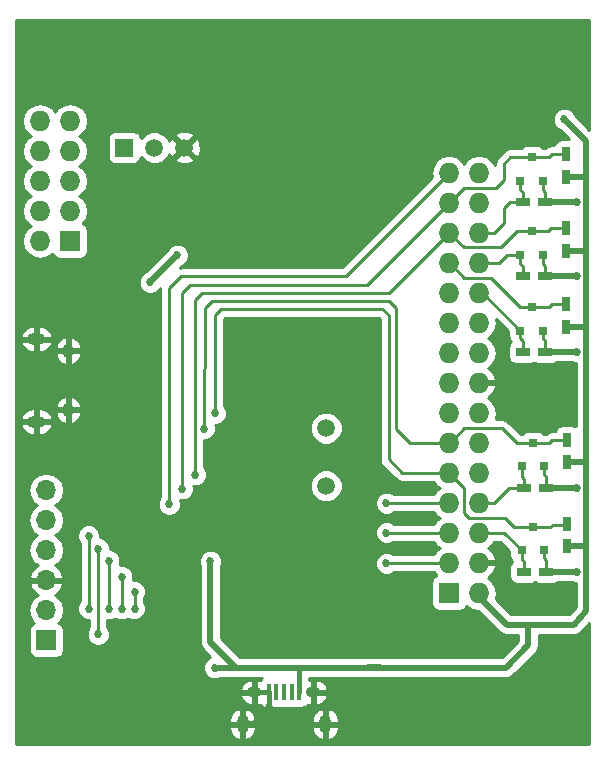
<source format=gbr>
G04 #@! TF.FileFunction,Copper,L2,Bot,Signal*
%FSLAX46Y46*%
G04 Gerber Fmt 4.6, Leading zero omitted, Abs format (unit mm)*
G04 Created by KiCad (PCBNEW 4.0.4-stable) date 11/02/17 18:15:52*
%MOMM*%
%LPD*%
G01*
G04 APERTURE LIST*
%ADD10C,0.100000*%
%ADD11R,1.727200X1.727200*%
%ADD12O,1.727200X1.727200*%
%ADD13R,0.800100X0.800100*%
%ADD14R,1.200000X0.750000*%
%ADD15R,0.750000X1.200000*%
%ADD16C,1.510000*%
%ADD17R,1.510000X1.510000*%
%ADD18C,1.501140*%
%ADD19O,0.950000X1.250000*%
%ADD20O,1.550000X1.000000*%
%ADD21R,0.400000X1.350000*%
%ADD22O,1.250000X0.950000*%
%ADD23O,1.000000X1.550000*%
%ADD24R,1.700000X1.700000*%
%ADD25O,1.700000X1.700000*%
%ADD26C,0.685800*%
%ADD27C,0.500000*%
%ADD28C,0.400000*%
%ADD29C,0.250000*%
%ADD30C,0.254000*%
G04 APERTURE END LIST*
D10*
D11*
X174000000Y-105800000D03*
D12*
X176540000Y-105800000D03*
X174000000Y-103260000D03*
X176540000Y-103260000D03*
X174000000Y-100720000D03*
X176540000Y-100720000D03*
X174000000Y-98180000D03*
X176540000Y-98180000D03*
X174000000Y-95640000D03*
X176540000Y-95640000D03*
X174000000Y-93100000D03*
X176540000Y-93100000D03*
X174000000Y-90560000D03*
X176540000Y-90560000D03*
X174000000Y-88020000D03*
X176540000Y-88020000D03*
X174000000Y-85480000D03*
X176540000Y-85480000D03*
X174000000Y-82940000D03*
X176540000Y-82940000D03*
X174000000Y-80400000D03*
X176540000Y-80400000D03*
X174000000Y-77860000D03*
X176540000Y-77860000D03*
X174000000Y-75320000D03*
X176540000Y-75320000D03*
X174000000Y-72780000D03*
X176540000Y-72780000D03*
X174000000Y-70240000D03*
X176540000Y-70240000D03*
D11*
X141900000Y-76000000D03*
D12*
X139360000Y-76000000D03*
X141900000Y-73460000D03*
X139360000Y-73460000D03*
X141900000Y-70920000D03*
X139360000Y-70920000D03*
X141900000Y-68380000D03*
X139360000Y-68380000D03*
X141900000Y-65840000D03*
X139360000Y-65840000D03*
D13*
X182050000Y-102200760D03*
X180150000Y-102200760D03*
X181100000Y-100201780D03*
X181950000Y-70900760D03*
X180050000Y-70900760D03*
X181000000Y-68901780D03*
X181950000Y-77200760D03*
X180050000Y-77200760D03*
X181000000Y-75201780D03*
X182050000Y-95100760D03*
X180150000Y-95100760D03*
X181100000Y-93101780D03*
X181950000Y-83600760D03*
X180050000Y-83600760D03*
X181000000Y-81601780D03*
D14*
X182250000Y-104000000D03*
X180350000Y-104000000D03*
X182150000Y-72700000D03*
X180250000Y-72700000D03*
D15*
X184000000Y-101850000D03*
X184000000Y-99950000D03*
X183900000Y-70550000D03*
X183900000Y-68650000D03*
D14*
X182150000Y-79000000D03*
X180250000Y-79000000D03*
X182250000Y-96900000D03*
X180350000Y-96900000D03*
D15*
X183900000Y-76850000D03*
X183900000Y-74950000D03*
X184000000Y-94750000D03*
X184000000Y-92850000D03*
D14*
X182150000Y-85400000D03*
X180250000Y-85400000D03*
D15*
X183900000Y-83250000D03*
X183900000Y-81350000D03*
D16*
X151580000Y-68100000D03*
D17*
X146500000Y-68100000D03*
D16*
X149040000Y-68100000D03*
D18*
X163600000Y-96740940D03*
X163600000Y-91859060D03*
D19*
X141765000Y-85313000D03*
X141765000Y-90313000D03*
D20*
X139065000Y-84313000D03*
X139065000Y-91313000D03*
D21*
X161320000Y-114220000D03*
X160670000Y-114220000D03*
X160020000Y-114220000D03*
X159370000Y-114220000D03*
X158720000Y-114220000D03*
D22*
X162520000Y-114220000D03*
X157520000Y-114220000D03*
D23*
X163520000Y-116920000D03*
X156520000Y-116920000D03*
D24*
X139900000Y-109800000D03*
D25*
X139900000Y-107260000D03*
X139900000Y-104720000D03*
X139900000Y-102180000D03*
X139900000Y-99640000D03*
X139900000Y-97100000D03*
D26*
X182120000Y-90390000D03*
X182110000Y-89580000D03*
X182130000Y-88770000D03*
X182120000Y-87970000D03*
X183660000Y-106310000D03*
X183660000Y-107110000D03*
X182870000Y-107110000D03*
X182070000Y-106310000D03*
X182070000Y-107100000D03*
X153680000Y-70850000D03*
X154260000Y-70290000D03*
X160670000Y-76330000D03*
X162230000Y-76320000D03*
X160680000Y-72730000D03*
X162260000Y-72730000D03*
X164660000Y-88130000D03*
X163860000Y-88130000D03*
X163060000Y-88130000D03*
X162260000Y-88130000D03*
X164710000Y-83620000D03*
X164710000Y-82820000D03*
X163900000Y-82820000D03*
X163100000Y-82820000D03*
X162280000Y-82810000D03*
X161470000Y-82830000D03*
X163900000Y-83620000D03*
X163100000Y-83620000D03*
X162280000Y-83620000D03*
X161470000Y-72730000D03*
X161450000Y-76320000D03*
X161470000Y-83620000D03*
X161460000Y-88130000D03*
X182870000Y-106310000D03*
X154830000Y-69720000D03*
X159650000Y-68730000D03*
X145040000Y-111390000D03*
X145850000Y-111390000D03*
X143460000Y-111390000D03*
X144250000Y-111390000D03*
X154178000Y-112141000D03*
X153797000Y-103124000D03*
X151000000Y-77200000D03*
X148700000Y-79500000D03*
X183750000Y-65700000D03*
X147390000Y-105690000D03*
X147390000Y-107140000D03*
X146300000Y-104420000D03*
X146300000Y-107140000D03*
X168700000Y-103300000D03*
X168700000Y-100700000D03*
X168700000Y-98200000D03*
X145200000Y-107150000D03*
X145200000Y-103100000D03*
X143490000Y-107140000D03*
X143480000Y-100970000D03*
X150300000Y-98300000D03*
X144300000Y-109300000D03*
X144300000Y-102050000D03*
X184800000Y-104000000D03*
X184800000Y-96900000D03*
X184800000Y-85400000D03*
X184800000Y-79000000D03*
X184800000Y-72700000D03*
X154200000Y-90600000D03*
X153300000Y-91900000D03*
X152500000Y-95800000D03*
X151400000Y-97000000D03*
D27*
X158750000Y-115425000D02*
X158750000Y-115690000D01*
X158750000Y-115690000D02*
X157520000Y-116920000D01*
X157520000Y-116920000D02*
X156520000Y-116920000D01*
D28*
X158720000Y-114220000D02*
X158720000Y-115395000D01*
D27*
X158720000Y-115395000D02*
X158750000Y-115425000D01*
D28*
X158720000Y-114220000D02*
X157520000Y-114220000D01*
D29*
X182120000Y-90390000D02*
X182130000Y-90390000D01*
X182110000Y-88790000D02*
X182110000Y-89580000D01*
X182130000Y-88770000D02*
X182110000Y-88790000D01*
X182870000Y-106310000D02*
X182870000Y-107110000D01*
X182070000Y-106310000D02*
X182870000Y-106310000D01*
X154830000Y-69720000D02*
X154260000Y-70290000D01*
X161450000Y-76320000D02*
X162230000Y-76320000D01*
X161470000Y-72730000D02*
X162260000Y-72730000D01*
X139430000Y-95750000D02*
X138650000Y-95750000D01*
X161460000Y-88130000D02*
X162260000Y-88130000D01*
X163060000Y-88130000D02*
X163860000Y-88130000D01*
X164710000Y-83620000D02*
X163900000Y-83620000D01*
X163900000Y-83620000D02*
X163900000Y-82820000D01*
X162280000Y-83620000D02*
X162280000Y-82810000D01*
X162280000Y-83620000D02*
X163100000Y-83620000D01*
X161470000Y-76300000D02*
X161470000Y-72730000D01*
X161450000Y-76320000D02*
X161470000Y-76300000D01*
X137820000Y-96580000D02*
X138650000Y-95750000D01*
X137820000Y-104190000D02*
X137820000Y-96580000D01*
X161470000Y-87750000D02*
X161470000Y-83620000D01*
X161460000Y-88130000D02*
X161470000Y-87750000D01*
X182070000Y-88020000D02*
X176540000Y-88020000D01*
X182120000Y-87970000D02*
X182070000Y-88020000D01*
X176540000Y-103260000D02*
X178080000Y-103260000D01*
X179600000Y-106310000D02*
X182870000Y-106310000D01*
X178650000Y-105360000D02*
X179600000Y-106310000D01*
X178650000Y-103830000D02*
X178650000Y-105360000D01*
X178080000Y-103260000D02*
X178650000Y-103830000D01*
X158660000Y-69720000D02*
X154830000Y-69720000D01*
X159650000Y-68730000D02*
X158660000Y-69720000D01*
X144250000Y-111390000D02*
X141870000Y-109010000D01*
X141870000Y-109010000D02*
X141870000Y-104690000D01*
X144620000Y-111390000D02*
X145040000Y-111390000D01*
X145040000Y-111390000D02*
X145850000Y-111390000D01*
X144250000Y-111390000D02*
X143460000Y-111390000D01*
X139900000Y-104720000D02*
X138350000Y-104720000D01*
X138350000Y-104720000D02*
X137820000Y-104190000D01*
X141840000Y-104720000D02*
X139900000Y-104720000D01*
X141870000Y-104690000D02*
X141840000Y-104720000D01*
D27*
X154178000Y-112141000D02*
X155956000Y-112141000D01*
X168148000Y-112119000D02*
X167154000Y-112119000D01*
X167154000Y-112119000D02*
X167132000Y-112141000D01*
X161290000Y-112141000D02*
X167132000Y-112141000D01*
X167132000Y-112141000D02*
X178816000Y-112141000D01*
X178880000Y-108490000D02*
X180721000Y-108487118D01*
X180721000Y-108487118D02*
X181102000Y-108486521D01*
X180721000Y-110236000D02*
X180721000Y-108487118D01*
X178816000Y-112141000D02*
X180721000Y-110236000D01*
X155956000Y-112141000D02*
X161290000Y-112141000D01*
D28*
X161320000Y-114220000D02*
X161320001Y-112171001D01*
D27*
X161320001Y-112171001D02*
X161290000Y-112141000D01*
X153797000Y-103124000D02*
X153797000Y-109982000D01*
X153797000Y-109982000D02*
X155956000Y-112141000D01*
X181102000Y-108486521D02*
X184587488Y-108481066D01*
X176540000Y-106150000D02*
X177705000Y-107315000D01*
X177705000Y-107315000D02*
X178880000Y-108490000D01*
X176540000Y-105800000D02*
X176540000Y-106150000D01*
X148700000Y-79500000D02*
X151000000Y-77200000D01*
X183900000Y-76850000D02*
X185550000Y-76850000D01*
X185550000Y-76850000D02*
X185600000Y-76900000D01*
X185600000Y-101850000D02*
X184000000Y-101850000D01*
X185600000Y-94750000D02*
X184000000Y-94750000D01*
X185600000Y-83250000D02*
X183900000Y-83250000D01*
X183900000Y-70550000D02*
X185600000Y-70550000D01*
X185600000Y-67550000D02*
X183750000Y-65700000D01*
X185600000Y-107330000D02*
X185600000Y-101850000D01*
X185600000Y-101850000D02*
X185600000Y-94750000D01*
X185600000Y-94750000D02*
X185600000Y-83250000D01*
X185600000Y-83250000D02*
X185600000Y-76900000D01*
X185600000Y-76900000D02*
X185600000Y-70550000D01*
X185600000Y-70550000D02*
X185600000Y-67550000D01*
X184587488Y-108481066D02*
X185600000Y-107330000D01*
D29*
X147390000Y-105690000D02*
X147390000Y-107140000D01*
X146300000Y-104420000D02*
X146300000Y-107140000D01*
X176500000Y-93100000D02*
X176540000Y-93100000D01*
X168740000Y-103260000D02*
X174000000Y-103260000D01*
X168700000Y-103300000D02*
X168740000Y-103260000D01*
X168720000Y-100720000D02*
X174000000Y-100720000D01*
X168700000Y-100700000D02*
X168720000Y-100720000D01*
X168720000Y-98180000D02*
X174000000Y-98180000D01*
X168700000Y-98200000D02*
X168720000Y-98180000D01*
X145200000Y-103100000D02*
X145200000Y-107150000D01*
X143480000Y-100970000D02*
X143490000Y-107140000D01*
X165240000Y-79000000D02*
X174000000Y-70240000D01*
X151300000Y-79000000D02*
X165240000Y-79000000D01*
X150300000Y-80000000D02*
X151300000Y-79000000D01*
X150300000Y-98300000D02*
X150300000Y-80000000D01*
X144300000Y-102050000D02*
X144300000Y-109300000D01*
D27*
X182250000Y-104000000D02*
X184800000Y-104000000D01*
X182250000Y-96900000D02*
X184800000Y-96900000D01*
X182150000Y-85400000D02*
X184800000Y-85400000D01*
X182150000Y-79000000D02*
X184800000Y-79000000D01*
X182150000Y-72700000D02*
X184800000Y-72700000D01*
D29*
X181950000Y-83600760D02*
X181950000Y-84250000D01*
X181950000Y-84250000D02*
X182150000Y-84450000D01*
X182150000Y-84450000D02*
X182150000Y-85400000D01*
X182250000Y-104000000D02*
X182250000Y-103050000D01*
X182050000Y-102850000D02*
X182050000Y-102200760D01*
X182250000Y-103050000D02*
X182050000Y-102850000D01*
X181950000Y-77200760D02*
X181950000Y-77950000D01*
X181950000Y-77950000D02*
X182150000Y-78150000D01*
X182150000Y-78150000D02*
X182150000Y-79000000D01*
X182050000Y-95100760D02*
X182050000Y-95750000D01*
X182250000Y-95950000D02*
X182250000Y-96900000D01*
X182050000Y-95750000D02*
X182250000Y-95950000D01*
X181950000Y-70900760D02*
X181950000Y-71650000D01*
X181950000Y-71650000D02*
X182150000Y-71850000D01*
X182150000Y-71850000D02*
X182150000Y-72700000D01*
X176540000Y-100720000D02*
X178669240Y-100720000D01*
X178669240Y-100720000D02*
X180150000Y-102200760D01*
X180350000Y-104000000D02*
X180350000Y-104050000D01*
X180350000Y-104000000D02*
X180350000Y-103150000D01*
X180150000Y-102950000D02*
X180150000Y-102200760D01*
X180350000Y-103150000D02*
X180150000Y-102950000D01*
X180150000Y-102200760D02*
X180110760Y-102240000D01*
X176540000Y-98180000D02*
X177820000Y-98180000D01*
X179100000Y-96900000D02*
X180350000Y-96900000D01*
X177820000Y-98180000D02*
X179100000Y-96900000D01*
X180150000Y-95100760D02*
X180150000Y-95950000D01*
X180150000Y-95950000D02*
X180350000Y-96150000D01*
X180350000Y-96150000D02*
X180350000Y-96900000D01*
X174000000Y-95640000D02*
X174000000Y-95650000D01*
X174000000Y-95650000D02*
X175250000Y-96900000D01*
X179501780Y-100201780D02*
X181100000Y-100201780D01*
X178750000Y-99450000D02*
X179501780Y-100201780D01*
X175700000Y-99450000D02*
X178750000Y-99450000D01*
X175250000Y-99000000D02*
X175700000Y-99450000D01*
X175250000Y-96900000D02*
X175250000Y-99000000D01*
X174000000Y-95640000D02*
X174010000Y-95640000D01*
X170040000Y-95640000D02*
X174000000Y-95640000D01*
X168900000Y-94500000D02*
X170040000Y-95640000D01*
X168900000Y-82260000D02*
X168900000Y-94500000D01*
X168330000Y-81750000D02*
X168900000Y-82260000D01*
X154720000Y-81750000D02*
X168330000Y-81750000D01*
X154210000Y-82260000D02*
X154720000Y-81750000D01*
X154200000Y-90600000D02*
X154210000Y-82260000D01*
X184000000Y-100050000D02*
X182750000Y-100050000D01*
X182598220Y-100201780D02*
X181100000Y-100201780D01*
X182750000Y-100050000D02*
X182598220Y-100201780D01*
X174000000Y-93100000D02*
X174050000Y-93100000D01*
X174050000Y-93100000D02*
X175300000Y-91850000D01*
X179751780Y-93101780D02*
X181100000Y-93101780D01*
X178500000Y-91850000D02*
X179751780Y-93101780D01*
X175300000Y-91850000D02*
X178500000Y-91850000D01*
X170700000Y-93100000D02*
X174000000Y-93100000D01*
X169500000Y-91900000D02*
X170700000Y-93100000D01*
X169510000Y-81690000D02*
X169500000Y-91900000D01*
X168890000Y-81070000D02*
X169510000Y-81690000D01*
X153940000Y-81080000D02*
X168890000Y-81070000D01*
X153310000Y-81700000D02*
X153940000Y-81080000D01*
X153300000Y-91900000D02*
X153310000Y-81700000D01*
X181100000Y-93101780D02*
X182498220Y-93101780D01*
X182750000Y-92850000D02*
X184000000Y-92850000D01*
X182498220Y-93101780D02*
X182750000Y-92850000D01*
X176540000Y-80400000D02*
X176849240Y-80400000D01*
X176849240Y-80400000D02*
X180050000Y-83600760D01*
X180050000Y-83600760D02*
X180050000Y-83450000D01*
X180050000Y-83600760D02*
X180050000Y-84250000D01*
X180250000Y-84450000D02*
X180250000Y-85400000D01*
X180050000Y-84250000D02*
X180250000Y-84450000D01*
X174000000Y-77860000D02*
X174060000Y-77860000D01*
X174060000Y-77860000D02*
X175300000Y-79100000D01*
X180051780Y-81601780D02*
X181000000Y-81601780D01*
X177550000Y-79100000D02*
X180051780Y-81601780D01*
X175300000Y-79100000D02*
X177550000Y-79100000D01*
X174000000Y-77860000D02*
X174000000Y-77850000D01*
X181000000Y-81601780D02*
X182498220Y-81601780D01*
X182750000Y-81350000D02*
X183900000Y-81350000D01*
X182498220Y-81601780D02*
X182750000Y-81350000D01*
X176540000Y-77860000D02*
X178240000Y-77860000D01*
X178899240Y-77200760D02*
X180050000Y-77200760D01*
X178240000Y-77860000D02*
X178899240Y-77200760D01*
X180050000Y-77200760D02*
X180050000Y-77950000D01*
X180250000Y-78150000D02*
X180250000Y-79000000D01*
X180050000Y-77950000D02*
X180250000Y-78150000D01*
X181000000Y-75201780D02*
X179748220Y-75201780D01*
X175230000Y-76550000D02*
X174000000Y-75320000D01*
X178400000Y-76550000D02*
X175230000Y-76550000D01*
X179748220Y-75201780D02*
X178400000Y-76550000D01*
X174000000Y-75320000D02*
X174000000Y-75300000D01*
X152500000Y-95800000D02*
X152500000Y-81000000D01*
X152500000Y-81000000D02*
X153100000Y-80400000D01*
X153100000Y-80400000D02*
X168920000Y-80400000D01*
X168920000Y-80400000D02*
X174000000Y-75320000D01*
X181000000Y-75201780D02*
X182398220Y-75201780D01*
X182650000Y-74950000D02*
X183900000Y-74950000D01*
X182398220Y-75201780D02*
X182650000Y-74950000D01*
X176540000Y-75320000D02*
X177780000Y-75320000D01*
X179150000Y-72700000D02*
X180250000Y-72700000D01*
X178650000Y-73200000D02*
X179150000Y-72700000D01*
X178650000Y-74450000D02*
X178650000Y-73200000D01*
X177780000Y-75320000D02*
X178650000Y-74450000D01*
X180170000Y-72780000D02*
X180250000Y-72700000D01*
X180049240Y-70900000D02*
X180050000Y-70900760D01*
X180050000Y-70900760D02*
X180050000Y-71650000D01*
X180050000Y-71650000D02*
X180250000Y-71850000D01*
X180250000Y-71850000D02*
X180250000Y-72700000D01*
X174000000Y-72780000D02*
X174000000Y-72750000D01*
X174000000Y-72750000D02*
X175250000Y-71500000D01*
X179198220Y-68901780D02*
X181000000Y-68901780D01*
X178650000Y-69450000D02*
X179198220Y-68901780D01*
X178650000Y-70850000D02*
X178650000Y-69450000D01*
X178000000Y-71500000D02*
X178650000Y-70850000D01*
X175250000Y-71500000D02*
X178000000Y-71500000D01*
X181000000Y-68901780D02*
X182448220Y-68901780D01*
X182700000Y-68650000D02*
X183900000Y-68650000D01*
X182448220Y-68901780D02*
X182700000Y-68650000D01*
X167080000Y-79700000D02*
X174000000Y-72780000D01*
X152100000Y-79700000D02*
X167080000Y-79700000D01*
X151400000Y-80400000D02*
X152100000Y-79700000D01*
X151400000Y-97000000D02*
X151400000Y-80400000D01*
D30*
G36*
X185890000Y-66588421D02*
X184671846Y-65370266D01*
X184579507Y-65146788D01*
X184304659Y-64871460D01*
X183945370Y-64722270D01*
X183556337Y-64721931D01*
X183196788Y-64870493D01*
X182921460Y-65145341D01*
X182772270Y-65504630D01*
X182771931Y-65893663D01*
X182920493Y-66253212D01*
X183195341Y-66528540D01*
X183420422Y-66622002D01*
X184200981Y-67402560D01*
X183525000Y-67402560D01*
X183289683Y-67446838D01*
X183073559Y-67585910D01*
X182928569Y-67798110D01*
X182909961Y-67890000D01*
X182700000Y-67890000D01*
X182409161Y-67947852D01*
X182162599Y-68112599D01*
X182133418Y-68141780D01*
X181923013Y-68141780D01*
X181864140Y-68050289D01*
X181651940Y-67905299D01*
X181400050Y-67854290D01*
X180599950Y-67854290D01*
X180364633Y-67898568D01*
X180148509Y-68037640D01*
X180077353Y-68141780D01*
X179198220Y-68141780D01*
X178907381Y-68199632D01*
X178660819Y-68364379D01*
X178112599Y-68912599D01*
X177947852Y-69159161D01*
X177890000Y-69450000D01*
X177890000Y-69585480D01*
X177599670Y-69150971D01*
X177113489Y-68826115D01*
X176540000Y-68712041D01*
X175966511Y-68826115D01*
X175480330Y-69150971D01*
X175270000Y-69465752D01*
X175059670Y-69150971D01*
X174573489Y-68826115D01*
X174000000Y-68712041D01*
X173426511Y-68826115D01*
X172940330Y-69150971D01*
X172615474Y-69637152D01*
X172501400Y-70210641D01*
X172501400Y-70269359D01*
X172566842Y-70598356D01*
X164925198Y-78240000D01*
X151300000Y-78240000D01*
X151189624Y-78261955D01*
X151329733Y-78121846D01*
X151553212Y-78029507D01*
X151828540Y-77754659D01*
X151977730Y-77395370D01*
X151978069Y-77006337D01*
X151829507Y-76646788D01*
X151554659Y-76371460D01*
X151195370Y-76222270D01*
X150806337Y-76221931D01*
X150446788Y-76370493D01*
X150171460Y-76645341D01*
X150077998Y-76870423D01*
X148370266Y-78578154D01*
X148146788Y-78670493D01*
X147871460Y-78945341D01*
X147722270Y-79304630D01*
X147721931Y-79693663D01*
X147870493Y-80053212D01*
X148145341Y-80328540D01*
X148504630Y-80477730D01*
X148893663Y-80478069D01*
X149253212Y-80329507D01*
X149528540Y-80054659D01*
X149540000Y-80027060D01*
X149540000Y-97676920D01*
X149471460Y-97745341D01*
X149322270Y-98104630D01*
X149321931Y-98493663D01*
X149470493Y-98853212D01*
X149745341Y-99128540D01*
X150104630Y-99277730D01*
X150493663Y-99278069D01*
X150853212Y-99129507D01*
X151128540Y-98854659D01*
X151277730Y-98495370D01*
X151278069Y-98106337D01*
X151224937Y-97977748D01*
X151593663Y-97978069D01*
X151953212Y-97829507D01*
X152228540Y-97554659D01*
X152377730Y-97195370D01*
X152377886Y-97015338D01*
X162214190Y-97015338D01*
X162424686Y-97524777D01*
X162814113Y-97914884D01*
X163323184Y-98126269D01*
X163874398Y-98126750D01*
X164383837Y-97916254D01*
X164773944Y-97526827D01*
X164985329Y-97017756D01*
X164985810Y-96466542D01*
X164775314Y-95957103D01*
X164385887Y-95566996D01*
X163876816Y-95355611D01*
X163325602Y-95355130D01*
X162816163Y-95565626D01*
X162426056Y-95955053D01*
X162214671Y-96464124D01*
X162214190Y-97015338D01*
X152377886Y-97015338D01*
X152378069Y-96806337D01*
X152366271Y-96777784D01*
X152693663Y-96778069D01*
X153053212Y-96629507D01*
X153328540Y-96354659D01*
X153477730Y-95995370D01*
X153478069Y-95606337D01*
X153329507Y-95246788D01*
X153260000Y-95177160D01*
X153260000Y-92877865D01*
X153493663Y-92878069D01*
X153853212Y-92729507D01*
X154128540Y-92454659D01*
X154261914Y-92133458D01*
X162214190Y-92133458D01*
X162424686Y-92642897D01*
X162814113Y-93033004D01*
X163323184Y-93244389D01*
X163874398Y-93244870D01*
X164383837Y-93034374D01*
X164773944Y-92644947D01*
X164985329Y-92135876D01*
X164985810Y-91584662D01*
X164775314Y-91075223D01*
X164385887Y-90685116D01*
X163876816Y-90473731D01*
X163325602Y-90473250D01*
X162816163Y-90683746D01*
X162426056Y-91073173D01*
X162214671Y-91582244D01*
X162214190Y-92133458D01*
X154261914Y-92133458D01*
X154277730Y-92095370D01*
X154278069Y-91706337D01*
X154225009Y-91577922D01*
X154393663Y-91578069D01*
X154753212Y-91429507D01*
X155028540Y-91154659D01*
X155177730Y-90795370D01*
X155178069Y-90406337D01*
X155029507Y-90046788D01*
X154960746Y-89977907D01*
X154969622Y-82575180D01*
X155034802Y-82510000D01*
X168039631Y-82510000D01*
X168140000Y-82599803D01*
X168140000Y-94500000D01*
X168197852Y-94790839D01*
X168362599Y-95037401D01*
X169502599Y-96177401D01*
X169749160Y-96342148D01*
X169797414Y-96351746D01*
X170040000Y-96400000D01*
X172720480Y-96400000D01*
X172940330Y-96729029D01*
X173211172Y-96910000D01*
X172940330Y-97090971D01*
X172720480Y-97420000D01*
X169303114Y-97420000D01*
X169254659Y-97371460D01*
X168895370Y-97222270D01*
X168506337Y-97221931D01*
X168146788Y-97370493D01*
X167871460Y-97645341D01*
X167722270Y-98004630D01*
X167721931Y-98393663D01*
X167870493Y-98753212D01*
X168145341Y-99028540D01*
X168504630Y-99177730D01*
X168893663Y-99178069D01*
X169253212Y-99029507D01*
X169342875Y-98940000D01*
X172720480Y-98940000D01*
X172940330Y-99269029D01*
X173211172Y-99450000D01*
X172940330Y-99630971D01*
X172720480Y-99960000D01*
X169343045Y-99960000D01*
X169254659Y-99871460D01*
X168895370Y-99722270D01*
X168506337Y-99721931D01*
X168146788Y-99870493D01*
X167871460Y-100145341D01*
X167722270Y-100504630D01*
X167721931Y-100893663D01*
X167870493Y-101253212D01*
X168145341Y-101528540D01*
X168504630Y-101677730D01*
X168893663Y-101678069D01*
X169253212Y-101529507D01*
X169302805Y-101480000D01*
X172720480Y-101480000D01*
X172940330Y-101809029D01*
X173211172Y-101990000D01*
X172940330Y-102170971D01*
X172720480Y-102500000D01*
X169283149Y-102500000D01*
X169254659Y-102471460D01*
X168895370Y-102322270D01*
X168506337Y-102321931D01*
X168146788Y-102470493D01*
X167871460Y-102745341D01*
X167722270Y-103104630D01*
X167721931Y-103493663D01*
X167870493Y-103853212D01*
X168145341Y-104128540D01*
X168504630Y-104277730D01*
X168893663Y-104278069D01*
X169253212Y-104129507D01*
X169362910Y-104020000D01*
X172720480Y-104020000D01*
X172926574Y-104328442D01*
X172901083Y-104333238D01*
X172684959Y-104472310D01*
X172539969Y-104684510D01*
X172488960Y-104936400D01*
X172488960Y-106663600D01*
X172533238Y-106898917D01*
X172672310Y-107115041D01*
X172884510Y-107260031D01*
X173136400Y-107311040D01*
X174863600Y-107311040D01*
X175098917Y-107266762D01*
X175315041Y-107127690D01*
X175460031Y-106915490D01*
X175468864Y-106871869D01*
X175480330Y-106889029D01*
X175966511Y-107213885D01*
X176448099Y-107309679D01*
X177079208Y-107940787D01*
X177079210Y-107940790D01*
X178254211Y-109115790D01*
X178254795Y-109116181D01*
X178255190Y-109116769D01*
X178398734Y-109212357D01*
X178541326Y-109307633D01*
X178542017Y-109307770D01*
X178542605Y-109308162D01*
X178711101Y-109341404D01*
X178880000Y-109375001D01*
X178880695Y-109374863D01*
X178881385Y-109374999D01*
X179836000Y-109373505D01*
X179836000Y-109869421D01*
X178449420Y-111256000D01*
X168258601Y-111256000D01*
X168148000Y-111234000D01*
X167154005Y-111234000D01*
X167154000Y-111233999D01*
X167043396Y-111256000D01*
X161290005Y-111256000D01*
X161290000Y-111255999D01*
X161289995Y-111256000D01*
X156322579Y-111256000D01*
X154682000Y-109615420D01*
X154682000Y-103542688D01*
X154774730Y-103319370D01*
X154775069Y-102930337D01*
X154626507Y-102570788D01*
X154351659Y-102295460D01*
X153992370Y-102146270D01*
X153603337Y-102145931D01*
X153243788Y-102294493D01*
X152968460Y-102569341D01*
X152819270Y-102928630D01*
X152818931Y-103317663D01*
X152912000Y-103542908D01*
X152912000Y-109981995D01*
X152911999Y-109982000D01*
X152941341Y-110129507D01*
X152979367Y-110320675D01*
X153149083Y-110574674D01*
X153171210Y-110607790D01*
X153801781Y-111238361D01*
X153624788Y-111311493D01*
X153349460Y-111586341D01*
X153200270Y-111945630D01*
X153199931Y-112334663D01*
X153348493Y-112694212D01*
X153623341Y-112969540D01*
X153982630Y-113118730D01*
X154371663Y-113119069D01*
X154596908Y-113026000D01*
X155955995Y-113026000D01*
X155956000Y-113026001D01*
X155956005Y-113026000D01*
X158140974Y-113026000D01*
X157989885Y-113177090D01*
X157821131Y-113118771D01*
X157647000Y-113267437D01*
X157647000Y-114093000D01*
X157667000Y-114093000D01*
X157667000Y-114347000D01*
X157647000Y-114347000D01*
X157647000Y-115172563D01*
X157821131Y-115321229D01*
X157989885Y-115262910D01*
X158160301Y-115433327D01*
X158393690Y-115530000D01*
X158461250Y-115530000D01*
X158620000Y-115371250D01*
X158620000Y-115212933D01*
X158705910Y-115346441D01*
X158918110Y-115491431D01*
X158945785Y-115497035D01*
X158978750Y-115530000D01*
X159046310Y-115530000D01*
X159066753Y-115521532D01*
X159170000Y-115542440D01*
X159570000Y-115542440D01*
X159699589Y-115518056D01*
X159820000Y-115542440D01*
X160220000Y-115542440D01*
X160349589Y-115518056D01*
X160470000Y-115542440D01*
X160870000Y-115542440D01*
X160999589Y-115518056D01*
X161120000Y-115542440D01*
X161520000Y-115542440D01*
X161755317Y-115498162D01*
X161971441Y-115359090D01*
X162039633Y-115259288D01*
X162218869Y-115321229D01*
X162393000Y-115172563D01*
X162393000Y-114347000D01*
X162647000Y-114347000D01*
X162647000Y-115172563D01*
X162821131Y-115321229D01*
X163231049Y-115179568D01*
X163555552Y-114891821D01*
X163739268Y-114517938D01*
X163612734Y-114347000D01*
X162647000Y-114347000D01*
X162393000Y-114347000D01*
X162373000Y-114347000D01*
X162373000Y-114093000D01*
X162393000Y-114093000D01*
X162393000Y-113267437D01*
X162647000Y-113267437D01*
X162647000Y-114093000D01*
X163612734Y-114093000D01*
X163739268Y-113922062D01*
X163555552Y-113548179D01*
X163231049Y-113260432D01*
X162821131Y-113118771D01*
X162647000Y-113267437D01*
X162393000Y-113267437D01*
X162218869Y-113118771D01*
X162155001Y-113140843D01*
X162155001Y-113026000D01*
X167131995Y-113026000D01*
X167132000Y-113026001D01*
X167132005Y-113026000D01*
X178815995Y-113026000D01*
X178816000Y-113026001D01*
X179099842Y-112969540D01*
X179154675Y-112958633D01*
X179441790Y-112766790D01*
X179441791Y-112766789D01*
X181346787Y-110861792D01*
X181346790Y-110861790D01*
X181538633Y-110574675D01*
X181549810Y-110518484D01*
X181606001Y-110236000D01*
X181606000Y-110235995D01*
X181606000Y-109370733D01*
X184588873Y-109366065D01*
X184616306Y-109360563D01*
X184644047Y-109364258D01*
X184784727Y-109326788D01*
X184927442Y-109298168D01*
X184950683Y-109282586D01*
X184977724Y-109275384D01*
X185093343Y-109186941D01*
X185214256Y-109105876D01*
X185229767Y-109082583D01*
X185251991Y-109065583D01*
X185890000Y-108340268D01*
X185890000Y-118622545D01*
X137363343Y-118612605D01*
X137362592Y-117047000D01*
X155385000Y-117047000D01*
X155385000Y-117322000D01*
X155519998Y-117746678D01*
X155807237Y-118087368D01*
X156218126Y-118289119D01*
X156393000Y-118162954D01*
X156393000Y-117047000D01*
X156647000Y-117047000D01*
X156647000Y-118162954D01*
X156821874Y-118289119D01*
X157232763Y-118087368D01*
X157520002Y-117746678D01*
X157655000Y-117322000D01*
X157655000Y-117047000D01*
X162385000Y-117047000D01*
X162385000Y-117322000D01*
X162519998Y-117746678D01*
X162807237Y-118087368D01*
X163218126Y-118289119D01*
X163393000Y-118162954D01*
X163393000Y-117047000D01*
X163647000Y-117047000D01*
X163647000Y-118162954D01*
X163821874Y-118289119D01*
X164232763Y-118087368D01*
X164520002Y-117746678D01*
X164655000Y-117322000D01*
X164655000Y-117047000D01*
X163647000Y-117047000D01*
X163393000Y-117047000D01*
X162385000Y-117047000D01*
X157655000Y-117047000D01*
X156647000Y-117047000D01*
X156393000Y-117047000D01*
X155385000Y-117047000D01*
X137362592Y-117047000D01*
X137362339Y-116518000D01*
X155385000Y-116518000D01*
X155385000Y-116793000D01*
X156393000Y-116793000D01*
X156393000Y-115677046D01*
X156647000Y-115677046D01*
X156647000Y-116793000D01*
X157655000Y-116793000D01*
X157655000Y-116518000D01*
X162385000Y-116518000D01*
X162385000Y-116793000D01*
X163393000Y-116793000D01*
X163393000Y-115677046D01*
X163647000Y-115677046D01*
X163647000Y-116793000D01*
X164655000Y-116793000D01*
X164655000Y-116518000D01*
X164520002Y-116093322D01*
X164232763Y-115752632D01*
X163821874Y-115550881D01*
X163647000Y-115677046D01*
X163393000Y-115677046D01*
X163218126Y-115550881D01*
X162807237Y-115752632D01*
X162519998Y-116093322D01*
X162385000Y-116518000D01*
X157655000Y-116518000D01*
X157520002Y-116093322D01*
X157232763Y-115752632D01*
X156821874Y-115550881D01*
X156647000Y-115677046D01*
X156393000Y-115677046D01*
X156218126Y-115550881D01*
X155807237Y-115752632D01*
X155519998Y-116093322D01*
X155385000Y-116518000D01*
X137362339Y-116518000D01*
X137361380Y-114517938D01*
X156300732Y-114517938D01*
X156484448Y-114891821D01*
X156808951Y-115179568D01*
X157218869Y-115321229D01*
X157393000Y-115172563D01*
X157393000Y-114347000D01*
X156427266Y-114347000D01*
X156300732Y-114517938D01*
X137361380Y-114517938D01*
X137361095Y-113922062D01*
X156300732Y-113922062D01*
X156427266Y-114093000D01*
X157393000Y-114093000D01*
X157393000Y-113267437D01*
X157218869Y-113118771D01*
X156808951Y-113260432D01*
X156484448Y-113548179D01*
X156300732Y-113922062D01*
X137361095Y-113922062D01*
X137357897Y-107260000D01*
X138385907Y-107260000D01*
X138498946Y-107828285D01*
X138820853Y-108310054D01*
X138862452Y-108337850D01*
X138814683Y-108346838D01*
X138598559Y-108485910D01*
X138453569Y-108698110D01*
X138402560Y-108950000D01*
X138402560Y-110650000D01*
X138446838Y-110885317D01*
X138585910Y-111101441D01*
X138798110Y-111246431D01*
X139050000Y-111297440D01*
X140750000Y-111297440D01*
X140985317Y-111253162D01*
X141201441Y-111114090D01*
X141346431Y-110901890D01*
X141397440Y-110650000D01*
X141397440Y-108950000D01*
X141353162Y-108714683D01*
X141214090Y-108498559D01*
X141001890Y-108353569D01*
X140934459Y-108339914D01*
X140979147Y-108310054D01*
X141301054Y-107828285D01*
X141414093Y-107260000D01*
X141301054Y-106691715D01*
X140979147Y-106209946D01*
X140638447Y-105982298D01*
X140781358Y-105915183D01*
X141171645Y-105486924D01*
X141341476Y-105076890D01*
X141220155Y-104847000D01*
X140027000Y-104847000D01*
X140027000Y-104867000D01*
X139773000Y-104867000D01*
X139773000Y-104847000D01*
X138579845Y-104847000D01*
X138458524Y-105076890D01*
X138628355Y-105486924D01*
X139018642Y-105915183D01*
X139161553Y-105982298D01*
X138820853Y-106209946D01*
X138498946Y-106691715D01*
X138385907Y-107260000D01*
X137357897Y-107260000D01*
X137353022Y-97100000D01*
X138385907Y-97100000D01*
X138498946Y-97668285D01*
X138820853Y-98150054D01*
X139150026Y-98370000D01*
X138820853Y-98589946D01*
X138498946Y-99071715D01*
X138385907Y-99640000D01*
X138498946Y-100208285D01*
X138820853Y-100690054D01*
X139150026Y-100910000D01*
X138820853Y-101129946D01*
X138498946Y-101611715D01*
X138385907Y-102180000D01*
X138498946Y-102748285D01*
X138820853Y-103230054D01*
X139161553Y-103457702D01*
X139018642Y-103524817D01*
X138628355Y-103953076D01*
X138458524Y-104363110D01*
X138579845Y-104593000D01*
X139773000Y-104593000D01*
X139773000Y-104573000D01*
X140027000Y-104573000D01*
X140027000Y-104593000D01*
X141220155Y-104593000D01*
X141341476Y-104363110D01*
X141171645Y-103953076D01*
X140781358Y-103524817D01*
X140638447Y-103457702D01*
X140979147Y-103230054D01*
X141301054Y-102748285D01*
X141414093Y-102180000D01*
X141301054Y-101611715D01*
X141001676Y-101163663D01*
X142501931Y-101163663D01*
X142650493Y-101523212D01*
X142721010Y-101593852D01*
X142728991Y-106517928D01*
X142661460Y-106585341D01*
X142512270Y-106944630D01*
X142511931Y-107333663D01*
X142660493Y-107693212D01*
X142935341Y-107968540D01*
X143294630Y-108117730D01*
X143540000Y-108117944D01*
X143540000Y-108676920D01*
X143471460Y-108745341D01*
X143322270Y-109104630D01*
X143321931Y-109493663D01*
X143470493Y-109853212D01*
X143745341Y-110128540D01*
X144104630Y-110277730D01*
X144493663Y-110278069D01*
X144853212Y-110129507D01*
X145128540Y-109854659D01*
X145277730Y-109495370D01*
X145278069Y-109106337D01*
X145129507Y-108746788D01*
X145060000Y-108677160D01*
X145060000Y-108127778D01*
X145393663Y-108128069D01*
X145753212Y-107979507D01*
X145758659Y-107974070D01*
X146104630Y-108117730D01*
X146493663Y-108118069D01*
X146845422Y-107972726D01*
X147194630Y-108117730D01*
X147583663Y-108118069D01*
X147943212Y-107969507D01*
X148218540Y-107694659D01*
X148367730Y-107335370D01*
X148368069Y-106946337D01*
X148219507Y-106586788D01*
X148150000Y-106517160D01*
X148150000Y-106313080D01*
X148218540Y-106244659D01*
X148367730Y-105885370D01*
X148368069Y-105496337D01*
X148219507Y-105136788D01*
X147944659Y-104861460D01*
X147585370Y-104712270D01*
X147237619Y-104711967D01*
X147277730Y-104615370D01*
X147278069Y-104226337D01*
X147129507Y-103866788D01*
X146854659Y-103591460D01*
X146495370Y-103442270D01*
X146116869Y-103441940D01*
X146177730Y-103295370D01*
X146178069Y-102906337D01*
X146029507Y-102546788D01*
X145754659Y-102271460D01*
X145395370Y-102122270D01*
X145277837Y-102122168D01*
X145278069Y-101856337D01*
X145129507Y-101496788D01*
X144854659Y-101221460D01*
X144495370Y-101072270D01*
X144457811Y-101072237D01*
X144458069Y-100776337D01*
X144309507Y-100416788D01*
X144034659Y-100141460D01*
X143675370Y-99992270D01*
X143286337Y-99991931D01*
X142926788Y-100140493D01*
X142651460Y-100415341D01*
X142502270Y-100774630D01*
X142501931Y-101163663D01*
X141001676Y-101163663D01*
X140979147Y-101129946D01*
X140649974Y-100910000D01*
X140979147Y-100690054D01*
X141301054Y-100208285D01*
X141414093Y-99640000D01*
X141301054Y-99071715D01*
X140979147Y-98589946D01*
X140649974Y-98370000D01*
X140979147Y-98150054D01*
X141301054Y-97668285D01*
X141414093Y-97100000D01*
X141301054Y-96531715D01*
X140979147Y-96049946D01*
X140497378Y-95728039D01*
X139929093Y-95615000D01*
X139870907Y-95615000D01*
X139302622Y-95728039D01*
X138820853Y-96049946D01*
X138498946Y-96531715D01*
X138385907Y-97100000D01*
X137353022Y-97100000D01*
X137350390Y-91614874D01*
X137695881Y-91614874D01*
X137897632Y-92025763D01*
X138238322Y-92313002D01*
X138663000Y-92448000D01*
X138938000Y-92448000D01*
X138938000Y-91440000D01*
X139192000Y-91440000D01*
X139192000Y-92448000D01*
X139467000Y-92448000D01*
X139891678Y-92313002D01*
X140232368Y-92025763D01*
X140434119Y-91614874D01*
X140307954Y-91440000D01*
X139192000Y-91440000D01*
X138938000Y-91440000D01*
X137822046Y-91440000D01*
X137695881Y-91614874D01*
X137350390Y-91614874D01*
X137350101Y-91011126D01*
X137695881Y-91011126D01*
X137822046Y-91186000D01*
X138938000Y-91186000D01*
X138938000Y-90178000D01*
X139192000Y-90178000D01*
X139192000Y-91186000D01*
X140307954Y-91186000D01*
X140434119Y-91011126D01*
X140239191Y-90614131D01*
X140663771Y-90614131D01*
X140805432Y-91024049D01*
X141093179Y-91348552D01*
X141467062Y-91532268D01*
X141638000Y-91405734D01*
X141638000Y-90440000D01*
X141892000Y-90440000D01*
X141892000Y-91405734D01*
X142062938Y-91532268D01*
X142436821Y-91348552D01*
X142724568Y-91024049D01*
X142866229Y-90614131D01*
X142717563Y-90440000D01*
X141892000Y-90440000D01*
X141638000Y-90440000D01*
X140812437Y-90440000D01*
X140663771Y-90614131D01*
X140239191Y-90614131D01*
X140232368Y-90600237D01*
X139891678Y-90312998D01*
X139467000Y-90178000D01*
X139192000Y-90178000D01*
X138938000Y-90178000D01*
X138663000Y-90178000D01*
X138238322Y-90312998D01*
X137897632Y-90600237D01*
X137695881Y-91011126D01*
X137350101Y-91011126D01*
X137349622Y-90011869D01*
X140663771Y-90011869D01*
X140812437Y-90186000D01*
X141638000Y-90186000D01*
X141638000Y-89220266D01*
X141892000Y-89220266D01*
X141892000Y-90186000D01*
X142717563Y-90186000D01*
X142866229Y-90011869D01*
X142724568Y-89601951D01*
X142436821Y-89277448D01*
X142062938Y-89093732D01*
X141892000Y-89220266D01*
X141638000Y-89220266D01*
X141467062Y-89093732D01*
X141093179Y-89277448D01*
X140805432Y-89601951D01*
X140663771Y-90011869D01*
X137349622Y-90011869D01*
X137347512Y-85614131D01*
X140663771Y-85614131D01*
X140805432Y-86024049D01*
X141093179Y-86348552D01*
X141467062Y-86532268D01*
X141638000Y-86405734D01*
X141638000Y-85440000D01*
X141892000Y-85440000D01*
X141892000Y-86405734D01*
X142062938Y-86532268D01*
X142436821Y-86348552D01*
X142724568Y-86024049D01*
X142866229Y-85614131D01*
X142717563Y-85440000D01*
X141892000Y-85440000D01*
X141638000Y-85440000D01*
X140812437Y-85440000D01*
X140663771Y-85614131D01*
X137347512Y-85614131D01*
X137347032Y-84614874D01*
X137695881Y-84614874D01*
X137897632Y-85025763D01*
X138238322Y-85313002D01*
X138663000Y-85448000D01*
X138938000Y-85448000D01*
X138938000Y-84440000D01*
X139192000Y-84440000D01*
X139192000Y-85448000D01*
X139467000Y-85448000D01*
X139891678Y-85313002D01*
X140232368Y-85025763D01*
X140239190Y-85011869D01*
X140663771Y-85011869D01*
X140812437Y-85186000D01*
X141638000Y-85186000D01*
X141638000Y-84220266D01*
X141892000Y-84220266D01*
X141892000Y-85186000D01*
X142717563Y-85186000D01*
X142866229Y-85011869D01*
X142724568Y-84601951D01*
X142436821Y-84277448D01*
X142062938Y-84093732D01*
X141892000Y-84220266D01*
X141638000Y-84220266D01*
X141467062Y-84093732D01*
X141093179Y-84277448D01*
X140805432Y-84601951D01*
X140663771Y-85011869D01*
X140239190Y-85011869D01*
X140434119Y-84614874D01*
X140307954Y-84440000D01*
X139192000Y-84440000D01*
X138938000Y-84440000D01*
X137822046Y-84440000D01*
X137695881Y-84614874D01*
X137347032Y-84614874D01*
X137346743Y-84011126D01*
X137695881Y-84011126D01*
X137822046Y-84186000D01*
X138938000Y-84186000D01*
X138938000Y-83178000D01*
X139192000Y-83178000D01*
X139192000Y-84186000D01*
X140307954Y-84186000D01*
X140434119Y-84011126D01*
X140232368Y-83600237D01*
X139891678Y-83312998D01*
X139467000Y-83178000D01*
X139192000Y-83178000D01*
X138938000Y-83178000D01*
X138663000Y-83178000D01*
X138238322Y-83312998D01*
X137897632Y-83600237D01*
X137695881Y-84011126D01*
X137346743Y-84011126D01*
X137338024Y-65840000D01*
X137832041Y-65840000D01*
X137946115Y-66413489D01*
X138270971Y-66899670D01*
X138585752Y-67110000D01*
X138270971Y-67320330D01*
X137946115Y-67806511D01*
X137832041Y-68380000D01*
X137946115Y-68953489D01*
X138270971Y-69439670D01*
X138585752Y-69650000D01*
X138270971Y-69860330D01*
X137946115Y-70346511D01*
X137832041Y-70920000D01*
X137946115Y-71493489D01*
X138270971Y-71979670D01*
X138585752Y-72190000D01*
X138270971Y-72400330D01*
X137946115Y-72886511D01*
X137832041Y-73460000D01*
X137946115Y-74033489D01*
X138270971Y-74519670D01*
X138585752Y-74730000D01*
X138270971Y-74940330D01*
X137946115Y-75426511D01*
X137832041Y-76000000D01*
X137946115Y-76573489D01*
X138270971Y-77059670D01*
X138757152Y-77384526D01*
X139330641Y-77498600D01*
X139389359Y-77498600D01*
X139962848Y-77384526D01*
X140428442Y-77073426D01*
X140433238Y-77098917D01*
X140572310Y-77315041D01*
X140784510Y-77460031D01*
X141036400Y-77511040D01*
X142763600Y-77511040D01*
X142998917Y-77466762D01*
X143215041Y-77327690D01*
X143360031Y-77115490D01*
X143411040Y-76863600D01*
X143411040Y-75136400D01*
X143366762Y-74901083D01*
X143227690Y-74684959D01*
X143015490Y-74539969D01*
X142971869Y-74531136D01*
X142989029Y-74519670D01*
X143313885Y-74033489D01*
X143427959Y-73460000D01*
X143313885Y-72886511D01*
X142989029Y-72400330D01*
X142674248Y-72190000D01*
X142989029Y-71979670D01*
X143313885Y-71493489D01*
X143427959Y-70920000D01*
X143313885Y-70346511D01*
X142989029Y-69860330D01*
X142674248Y-69650000D01*
X142989029Y-69439670D01*
X143313885Y-68953489D01*
X143427959Y-68380000D01*
X143313885Y-67806511D01*
X143005513Y-67345000D01*
X145097560Y-67345000D01*
X145097560Y-68855000D01*
X145141838Y-69090317D01*
X145280910Y-69306441D01*
X145493110Y-69451431D01*
X145745000Y-69502440D01*
X147255000Y-69502440D01*
X147490317Y-69458162D01*
X147706441Y-69319090D01*
X147851431Y-69106890D01*
X147890162Y-68915629D01*
X148251600Y-69277698D01*
X148762299Y-69489758D01*
X149315275Y-69490241D01*
X149826343Y-69279072D01*
X150030630Y-69075141D01*
X150784465Y-69075141D01*
X150853068Y-69316601D01*
X151373976Y-69502177D01*
X151926249Y-69474285D01*
X152306932Y-69316601D01*
X152375535Y-69075141D01*
X151580000Y-68279605D01*
X150784465Y-69075141D01*
X150030630Y-69075141D01*
X150217698Y-68888400D01*
X150303384Y-68682044D01*
X150363399Y-68826932D01*
X150604859Y-68895535D01*
X151400395Y-68100000D01*
X151759605Y-68100000D01*
X152555141Y-68895535D01*
X152796601Y-68826932D01*
X152982177Y-68306024D01*
X152954285Y-67753751D01*
X152796601Y-67373068D01*
X152555141Y-67304465D01*
X151759605Y-68100000D01*
X151400395Y-68100000D01*
X150604859Y-67304465D01*
X150363399Y-67373068D01*
X150307941Y-67528737D01*
X150219072Y-67313657D01*
X150030604Y-67124859D01*
X150784465Y-67124859D01*
X151580000Y-67920395D01*
X152375535Y-67124859D01*
X152306932Y-66883399D01*
X151786024Y-66697823D01*
X151233751Y-66725715D01*
X150853068Y-66883399D01*
X150784465Y-67124859D01*
X150030604Y-67124859D01*
X149828400Y-66922302D01*
X149317701Y-66710242D01*
X148764725Y-66709759D01*
X148253657Y-66920928D01*
X147890802Y-67283150D01*
X147858162Y-67109683D01*
X147719090Y-66893559D01*
X147506890Y-66748569D01*
X147255000Y-66697560D01*
X145745000Y-66697560D01*
X145509683Y-66741838D01*
X145293559Y-66880910D01*
X145148569Y-67093110D01*
X145097560Y-67345000D01*
X143005513Y-67345000D01*
X142989029Y-67320330D01*
X142674248Y-67110000D01*
X142989029Y-66899670D01*
X143313885Y-66413489D01*
X143427959Y-65840000D01*
X143313885Y-65266511D01*
X142989029Y-64780330D01*
X142502848Y-64455474D01*
X141929359Y-64341400D01*
X141870641Y-64341400D01*
X141297152Y-64455474D01*
X140810971Y-64780330D01*
X140630000Y-65051172D01*
X140449029Y-64780330D01*
X139962848Y-64455474D01*
X139389359Y-64341400D01*
X139330641Y-64341400D01*
X138757152Y-64455474D01*
X138270971Y-64780330D01*
X137946115Y-65266511D01*
X137832041Y-65840000D01*
X137338024Y-65840000D01*
X137333914Y-57277000D01*
X185890000Y-57277000D01*
X185890000Y-66588421D01*
X185890000Y-66588421D01*
G37*
X185890000Y-66588421D02*
X184671846Y-65370266D01*
X184579507Y-65146788D01*
X184304659Y-64871460D01*
X183945370Y-64722270D01*
X183556337Y-64721931D01*
X183196788Y-64870493D01*
X182921460Y-65145341D01*
X182772270Y-65504630D01*
X182771931Y-65893663D01*
X182920493Y-66253212D01*
X183195341Y-66528540D01*
X183420422Y-66622002D01*
X184200981Y-67402560D01*
X183525000Y-67402560D01*
X183289683Y-67446838D01*
X183073559Y-67585910D01*
X182928569Y-67798110D01*
X182909961Y-67890000D01*
X182700000Y-67890000D01*
X182409161Y-67947852D01*
X182162599Y-68112599D01*
X182133418Y-68141780D01*
X181923013Y-68141780D01*
X181864140Y-68050289D01*
X181651940Y-67905299D01*
X181400050Y-67854290D01*
X180599950Y-67854290D01*
X180364633Y-67898568D01*
X180148509Y-68037640D01*
X180077353Y-68141780D01*
X179198220Y-68141780D01*
X178907381Y-68199632D01*
X178660819Y-68364379D01*
X178112599Y-68912599D01*
X177947852Y-69159161D01*
X177890000Y-69450000D01*
X177890000Y-69585480D01*
X177599670Y-69150971D01*
X177113489Y-68826115D01*
X176540000Y-68712041D01*
X175966511Y-68826115D01*
X175480330Y-69150971D01*
X175270000Y-69465752D01*
X175059670Y-69150971D01*
X174573489Y-68826115D01*
X174000000Y-68712041D01*
X173426511Y-68826115D01*
X172940330Y-69150971D01*
X172615474Y-69637152D01*
X172501400Y-70210641D01*
X172501400Y-70269359D01*
X172566842Y-70598356D01*
X164925198Y-78240000D01*
X151300000Y-78240000D01*
X151189624Y-78261955D01*
X151329733Y-78121846D01*
X151553212Y-78029507D01*
X151828540Y-77754659D01*
X151977730Y-77395370D01*
X151978069Y-77006337D01*
X151829507Y-76646788D01*
X151554659Y-76371460D01*
X151195370Y-76222270D01*
X150806337Y-76221931D01*
X150446788Y-76370493D01*
X150171460Y-76645341D01*
X150077998Y-76870423D01*
X148370266Y-78578154D01*
X148146788Y-78670493D01*
X147871460Y-78945341D01*
X147722270Y-79304630D01*
X147721931Y-79693663D01*
X147870493Y-80053212D01*
X148145341Y-80328540D01*
X148504630Y-80477730D01*
X148893663Y-80478069D01*
X149253212Y-80329507D01*
X149528540Y-80054659D01*
X149540000Y-80027060D01*
X149540000Y-97676920D01*
X149471460Y-97745341D01*
X149322270Y-98104630D01*
X149321931Y-98493663D01*
X149470493Y-98853212D01*
X149745341Y-99128540D01*
X150104630Y-99277730D01*
X150493663Y-99278069D01*
X150853212Y-99129507D01*
X151128540Y-98854659D01*
X151277730Y-98495370D01*
X151278069Y-98106337D01*
X151224937Y-97977748D01*
X151593663Y-97978069D01*
X151953212Y-97829507D01*
X152228540Y-97554659D01*
X152377730Y-97195370D01*
X152377886Y-97015338D01*
X162214190Y-97015338D01*
X162424686Y-97524777D01*
X162814113Y-97914884D01*
X163323184Y-98126269D01*
X163874398Y-98126750D01*
X164383837Y-97916254D01*
X164773944Y-97526827D01*
X164985329Y-97017756D01*
X164985810Y-96466542D01*
X164775314Y-95957103D01*
X164385887Y-95566996D01*
X163876816Y-95355611D01*
X163325602Y-95355130D01*
X162816163Y-95565626D01*
X162426056Y-95955053D01*
X162214671Y-96464124D01*
X162214190Y-97015338D01*
X152377886Y-97015338D01*
X152378069Y-96806337D01*
X152366271Y-96777784D01*
X152693663Y-96778069D01*
X153053212Y-96629507D01*
X153328540Y-96354659D01*
X153477730Y-95995370D01*
X153478069Y-95606337D01*
X153329507Y-95246788D01*
X153260000Y-95177160D01*
X153260000Y-92877865D01*
X153493663Y-92878069D01*
X153853212Y-92729507D01*
X154128540Y-92454659D01*
X154261914Y-92133458D01*
X162214190Y-92133458D01*
X162424686Y-92642897D01*
X162814113Y-93033004D01*
X163323184Y-93244389D01*
X163874398Y-93244870D01*
X164383837Y-93034374D01*
X164773944Y-92644947D01*
X164985329Y-92135876D01*
X164985810Y-91584662D01*
X164775314Y-91075223D01*
X164385887Y-90685116D01*
X163876816Y-90473731D01*
X163325602Y-90473250D01*
X162816163Y-90683746D01*
X162426056Y-91073173D01*
X162214671Y-91582244D01*
X162214190Y-92133458D01*
X154261914Y-92133458D01*
X154277730Y-92095370D01*
X154278069Y-91706337D01*
X154225009Y-91577922D01*
X154393663Y-91578069D01*
X154753212Y-91429507D01*
X155028540Y-91154659D01*
X155177730Y-90795370D01*
X155178069Y-90406337D01*
X155029507Y-90046788D01*
X154960746Y-89977907D01*
X154969622Y-82575180D01*
X155034802Y-82510000D01*
X168039631Y-82510000D01*
X168140000Y-82599803D01*
X168140000Y-94500000D01*
X168197852Y-94790839D01*
X168362599Y-95037401D01*
X169502599Y-96177401D01*
X169749160Y-96342148D01*
X169797414Y-96351746D01*
X170040000Y-96400000D01*
X172720480Y-96400000D01*
X172940330Y-96729029D01*
X173211172Y-96910000D01*
X172940330Y-97090971D01*
X172720480Y-97420000D01*
X169303114Y-97420000D01*
X169254659Y-97371460D01*
X168895370Y-97222270D01*
X168506337Y-97221931D01*
X168146788Y-97370493D01*
X167871460Y-97645341D01*
X167722270Y-98004630D01*
X167721931Y-98393663D01*
X167870493Y-98753212D01*
X168145341Y-99028540D01*
X168504630Y-99177730D01*
X168893663Y-99178069D01*
X169253212Y-99029507D01*
X169342875Y-98940000D01*
X172720480Y-98940000D01*
X172940330Y-99269029D01*
X173211172Y-99450000D01*
X172940330Y-99630971D01*
X172720480Y-99960000D01*
X169343045Y-99960000D01*
X169254659Y-99871460D01*
X168895370Y-99722270D01*
X168506337Y-99721931D01*
X168146788Y-99870493D01*
X167871460Y-100145341D01*
X167722270Y-100504630D01*
X167721931Y-100893663D01*
X167870493Y-101253212D01*
X168145341Y-101528540D01*
X168504630Y-101677730D01*
X168893663Y-101678069D01*
X169253212Y-101529507D01*
X169302805Y-101480000D01*
X172720480Y-101480000D01*
X172940330Y-101809029D01*
X173211172Y-101990000D01*
X172940330Y-102170971D01*
X172720480Y-102500000D01*
X169283149Y-102500000D01*
X169254659Y-102471460D01*
X168895370Y-102322270D01*
X168506337Y-102321931D01*
X168146788Y-102470493D01*
X167871460Y-102745341D01*
X167722270Y-103104630D01*
X167721931Y-103493663D01*
X167870493Y-103853212D01*
X168145341Y-104128540D01*
X168504630Y-104277730D01*
X168893663Y-104278069D01*
X169253212Y-104129507D01*
X169362910Y-104020000D01*
X172720480Y-104020000D01*
X172926574Y-104328442D01*
X172901083Y-104333238D01*
X172684959Y-104472310D01*
X172539969Y-104684510D01*
X172488960Y-104936400D01*
X172488960Y-106663600D01*
X172533238Y-106898917D01*
X172672310Y-107115041D01*
X172884510Y-107260031D01*
X173136400Y-107311040D01*
X174863600Y-107311040D01*
X175098917Y-107266762D01*
X175315041Y-107127690D01*
X175460031Y-106915490D01*
X175468864Y-106871869D01*
X175480330Y-106889029D01*
X175966511Y-107213885D01*
X176448099Y-107309679D01*
X177079208Y-107940787D01*
X177079210Y-107940790D01*
X178254211Y-109115790D01*
X178254795Y-109116181D01*
X178255190Y-109116769D01*
X178398734Y-109212357D01*
X178541326Y-109307633D01*
X178542017Y-109307770D01*
X178542605Y-109308162D01*
X178711101Y-109341404D01*
X178880000Y-109375001D01*
X178880695Y-109374863D01*
X178881385Y-109374999D01*
X179836000Y-109373505D01*
X179836000Y-109869421D01*
X178449420Y-111256000D01*
X168258601Y-111256000D01*
X168148000Y-111234000D01*
X167154005Y-111234000D01*
X167154000Y-111233999D01*
X167043396Y-111256000D01*
X161290005Y-111256000D01*
X161290000Y-111255999D01*
X161289995Y-111256000D01*
X156322579Y-111256000D01*
X154682000Y-109615420D01*
X154682000Y-103542688D01*
X154774730Y-103319370D01*
X154775069Y-102930337D01*
X154626507Y-102570788D01*
X154351659Y-102295460D01*
X153992370Y-102146270D01*
X153603337Y-102145931D01*
X153243788Y-102294493D01*
X152968460Y-102569341D01*
X152819270Y-102928630D01*
X152818931Y-103317663D01*
X152912000Y-103542908D01*
X152912000Y-109981995D01*
X152911999Y-109982000D01*
X152941341Y-110129507D01*
X152979367Y-110320675D01*
X153149083Y-110574674D01*
X153171210Y-110607790D01*
X153801781Y-111238361D01*
X153624788Y-111311493D01*
X153349460Y-111586341D01*
X153200270Y-111945630D01*
X153199931Y-112334663D01*
X153348493Y-112694212D01*
X153623341Y-112969540D01*
X153982630Y-113118730D01*
X154371663Y-113119069D01*
X154596908Y-113026000D01*
X155955995Y-113026000D01*
X155956000Y-113026001D01*
X155956005Y-113026000D01*
X158140974Y-113026000D01*
X157989885Y-113177090D01*
X157821131Y-113118771D01*
X157647000Y-113267437D01*
X157647000Y-114093000D01*
X157667000Y-114093000D01*
X157667000Y-114347000D01*
X157647000Y-114347000D01*
X157647000Y-115172563D01*
X157821131Y-115321229D01*
X157989885Y-115262910D01*
X158160301Y-115433327D01*
X158393690Y-115530000D01*
X158461250Y-115530000D01*
X158620000Y-115371250D01*
X158620000Y-115212933D01*
X158705910Y-115346441D01*
X158918110Y-115491431D01*
X158945785Y-115497035D01*
X158978750Y-115530000D01*
X159046310Y-115530000D01*
X159066753Y-115521532D01*
X159170000Y-115542440D01*
X159570000Y-115542440D01*
X159699589Y-115518056D01*
X159820000Y-115542440D01*
X160220000Y-115542440D01*
X160349589Y-115518056D01*
X160470000Y-115542440D01*
X160870000Y-115542440D01*
X160999589Y-115518056D01*
X161120000Y-115542440D01*
X161520000Y-115542440D01*
X161755317Y-115498162D01*
X161971441Y-115359090D01*
X162039633Y-115259288D01*
X162218869Y-115321229D01*
X162393000Y-115172563D01*
X162393000Y-114347000D01*
X162647000Y-114347000D01*
X162647000Y-115172563D01*
X162821131Y-115321229D01*
X163231049Y-115179568D01*
X163555552Y-114891821D01*
X163739268Y-114517938D01*
X163612734Y-114347000D01*
X162647000Y-114347000D01*
X162393000Y-114347000D01*
X162373000Y-114347000D01*
X162373000Y-114093000D01*
X162393000Y-114093000D01*
X162393000Y-113267437D01*
X162647000Y-113267437D01*
X162647000Y-114093000D01*
X163612734Y-114093000D01*
X163739268Y-113922062D01*
X163555552Y-113548179D01*
X163231049Y-113260432D01*
X162821131Y-113118771D01*
X162647000Y-113267437D01*
X162393000Y-113267437D01*
X162218869Y-113118771D01*
X162155001Y-113140843D01*
X162155001Y-113026000D01*
X167131995Y-113026000D01*
X167132000Y-113026001D01*
X167132005Y-113026000D01*
X178815995Y-113026000D01*
X178816000Y-113026001D01*
X179099842Y-112969540D01*
X179154675Y-112958633D01*
X179441790Y-112766790D01*
X179441791Y-112766789D01*
X181346787Y-110861792D01*
X181346790Y-110861790D01*
X181538633Y-110574675D01*
X181549810Y-110518484D01*
X181606001Y-110236000D01*
X181606000Y-110235995D01*
X181606000Y-109370733D01*
X184588873Y-109366065D01*
X184616306Y-109360563D01*
X184644047Y-109364258D01*
X184784727Y-109326788D01*
X184927442Y-109298168D01*
X184950683Y-109282586D01*
X184977724Y-109275384D01*
X185093343Y-109186941D01*
X185214256Y-109105876D01*
X185229767Y-109082583D01*
X185251991Y-109065583D01*
X185890000Y-108340268D01*
X185890000Y-118622545D01*
X137363343Y-118612605D01*
X137362592Y-117047000D01*
X155385000Y-117047000D01*
X155385000Y-117322000D01*
X155519998Y-117746678D01*
X155807237Y-118087368D01*
X156218126Y-118289119D01*
X156393000Y-118162954D01*
X156393000Y-117047000D01*
X156647000Y-117047000D01*
X156647000Y-118162954D01*
X156821874Y-118289119D01*
X157232763Y-118087368D01*
X157520002Y-117746678D01*
X157655000Y-117322000D01*
X157655000Y-117047000D01*
X162385000Y-117047000D01*
X162385000Y-117322000D01*
X162519998Y-117746678D01*
X162807237Y-118087368D01*
X163218126Y-118289119D01*
X163393000Y-118162954D01*
X163393000Y-117047000D01*
X163647000Y-117047000D01*
X163647000Y-118162954D01*
X163821874Y-118289119D01*
X164232763Y-118087368D01*
X164520002Y-117746678D01*
X164655000Y-117322000D01*
X164655000Y-117047000D01*
X163647000Y-117047000D01*
X163393000Y-117047000D01*
X162385000Y-117047000D01*
X157655000Y-117047000D01*
X156647000Y-117047000D01*
X156393000Y-117047000D01*
X155385000Y-117047000D01*
X137362592Y-117047000D01*
X137362339Y-116518000D01*
X155385000Y-116518000D01*
X155385000Y-116793000D01*
X156393000Y-116793000D01*
X156393000Y-115677046D01*
X156647000Y-115677046D01*
X156647000Y-116793000D01*
X157655000Y-116793000D01*
X157655000Y-116518000D01*
X162385000Y-116518000D01*
X162385000Y-116793000D01*
X163393000Y-116793000D01*
X163393000Y-115677046D01*
X163647000Y-115677046D01*
X163647000Y-116793000D01*
X164655000Y-116793000D01*
X164655000Y-116518000D01*
X164520002Y-116093322D01*
X164232763Y-115752632D01*
X163821874Y-115550881D01*
X163647000Y-115677046D01*
X163393000Y-115677046D01*
X163218126Y-115550881D01*
X162807237Y-115752632D01*
X162519998Y-116093322D01*
X162385000Y-116518000D01*
X157655000Y-116518000D01*
X157520002Y-116093322D01*
X157232763Y-115752632D01*
X156821874Y-115550881D01*
X156647000Y-115677046D01*
X156393000Y-115677046D01*
X156218126Y-115550881D01*
X155807237Y-115752632D01*
X155519998Y-116093322D01*
X155385000Y-116518000D01*
X137362339Y-116518000D01*
X137361380Y-114517938D01*
X156300732Y-114517938D01*
X156484448Y-114891821D01*
X156808951Y-115179568D01*
X157218869Y-115321229D01*
X157393000Y-115172563D01*
X157393000Y-114347000D01*
X156427266Y-114347000D01*
X156300732Y-114517938D01*
X137361380Y-114517938D01*
X137361095Y-113922062D01*
X156300732Y-113922062D01*
X156427266Y-114093000D01*
X157393000Y-114093000D01*
X157393000Y-113267437D01*
X157218869Y-113118771D01*
X156808951Y-113260432D01*
X156484448Y-113548179D01*
X156300732Y-113922062D01*
X137361095Y-113922062D01*
X137357897Y-107260000D01*
X138385907Y-107260000D01*
X138498946Y-107828285D01*
X138820853Y-108310054D01*
X138862452Y-108337850D01*
X138814683Y-108346838D01*
X138598559Y-108485910D01*
X138453569Y-108698110D01*
X138402560Y-108950000D01*
X138402560Y-110650000D01*
X138446838Y-110885317D01*
X138585910Y-111101441D01*
X138798110Y-111246431D01*
X139050000Y-111297440D01*
X140750000Y-111297440D01*
X140985317Y-111253162D01*
X141201441Y-111114090D01*
X141346431Y-110901890D01*
X141397440Y-110650000D01*
X141397440Y-108950000D01*
X141353162Y-108714683D01*
X141214090Y-108498559D01*
X141001890Y-108353569D01*
X140934459Y-108339914D01*
X140979147Y-108310054D01*
X141301054Y-107828285D01*
X141414093Y-107260000D01*
X141301054Y-106691715D01*
X140979147Y-106209946D01*
X140638447Y-105982298D01*
X140781358Y-105915183D01*
X141171645Y-105486924D01*
X141341476Y-105076890D01*
X141220155Y-104847000D01*
X140027000Y-104847000D01*
X140027000Y-104867000D01*
X139773000Y-104867000D01*
X139773000Y-104847000D01*
X138579845Y-104847000D01*
X138458524Y-105076890D01*
X138628355Y-105486924D01*
X139018642Y-105915183D01*
X139161553Y-105982298D01*
X138820853Y-106209946D01*
X138498946Y-106691715D01*
X138385907Y-107260000D01*
X137357897Y-107260000D01*
X137353022Y-97100000D01*
X138385907Y-97100000D01*
X138498946Y-97668285D01*
X138820853Y-98150054D01*
X139150026Y-98370000D01*
X138820853Y-98589946D01*
X138498946Y-99071715D01*
X138385907Y-99640000D01*
X138498946Y-100208285D01*
X138820853Y-100690054D01*
X139150026Y-100910000D01*
X138820853Y-101129946D01*
X138498946Y-101611715D01*
X138385907Y-102180000D01*
X138498946Y-102748285D01*
X138820853Y-103230054D01*
X139161553Y-103457702D01*
X139018642Y-103524817D01*
X138628355Y-103953076D01*
X138458524Y-104363110D01*
X138579845Y-104593000D01*
X139773000Y-104593000D01*
X139773000Y-104573000D01*
X140027000Y-104573000D01*
X140027000Y-104593000D01*
X141220155Y-104593000D01*
X141341476Y-104363110D01*
X141171645Y-103953076D01*
X140781358Y-103524817D01*
X140638447Y-103457702D01*
X140979147Y-103230054D01*
X141301054Y-102748285D01*
X141414093Y-102180000D01*
X141301054Y-101611715D01*
X141001676Y-101163663D01*
X142501931Y-101163663D01*
X142650493Y-101523212D01*
X142721010Y-101593852D01*
X142728991Y-106517928D01*
X142661460Y-106585341D01*
X142512270Y-106944630D01*
X142511931Y-107333663D01*
X142660493Y-107693212D01*
X142935341Y-107968540D01*
X143294630Y-108117730D01*
X143540000Y-108117944D01*
X143540000Y-108676920D01*
X143471460Y-108745341D01*
X143322270Y-109104630D01*
X143321931Y-109493663D01*
X143470493Y-109853212D01*
X143745341Y-110128540D01*
X144104630Y-110277730D01*
X144493663Y-110278069D01*
X144853212Y-110129507D01*
X145128540Y-109854659D01*
X145277730Y-109495370D01*
X145278069Y-109106337D01*
X145129507Y-108746788D01*
X145060000Y-108677160D01*
X145060000Y-108127778D01*
X145393663Y-108128069D01*
X145753212Y-107979507D01*
X145758659Y-107974070D01*
X146104630Y-108117730D01*
X146493663Y-108118069D01*
X146845422Y-107972726D01*
X147194630Y-108117730D01*
X147583663Y-108118069D01*
X147943212Y-107969507D01*
X148218540Y-107694659D01*
X148367730Y-107335370D01*
X148368069Y-106946337D01*
X148219507Y-106586788D01*
X148150000Y-106517160D01*
X148150000Y-106313080D01*
X148218540Y-106244659D01*
X148367730Y-105885370D01*
X148368069Y-105496337D01*
X148219507Y-105136788D01*
X147944659Y-104861460D01*
X147585370Y-104712270D01*
X147237619Y-104711967D01*
X147277730Y-104615370D01*
X147278069Y-104226337D01*
X147129507Y-103866788D01*
X146854659Y-103591460D01*
X146495370Y-103442270D01*
X146116869Y-103441940D01*
X146177730Y-103295370D01*
X146178069Y-102906337D01*
X146029507Y-102546788D01*
X145754659Y-102271460D01*
X145395370Y-102122270D01*
X145277837Y-102122168D01*
X145278069Y-101856337D01*
X145129507Y-101496788D01*
X144854659Y-101221460D01*
X144495370Y-101072270D01*
X144457811Y-101072237D01*
X144458069Y-100776337D01*
X144309507Y-100416788D01*
X144034659Y-100141460D01*
X143675370Y-99992270D01*
X143286337Y-99991931D01*
X142926788Y-100140493D01*
X142651460Y-100415341D01*
X142502270Y-100774630D01*
X142501931Y-101163663D01*
X141001676Y-101163663D01*
X140979147Y-101129946D01*
X140649974Y-100910000D01*
X140979147Y-100690054D01*
X141301054Y-100208285D01*
X141414093Y-99640000D01*
X141301054Y-99071715D01*
X140979147Y-98589946D01*
X140649974Y-98370000D01*
X140979147Y-98150054D01*
X141301054Y-97668285D01*
X141414093Y-97100000D01*
X141301054Y-96531715D01*
X140979147Y-96049946D01*
X140497378Y-95728039D01*
X139929093Y-95615000D01*
X139870907Y-95615000D01*
X139302622Y-95728039D01*
X138820853Y-96049946D01*
X138498946Y-96531715D01*
X138385907Y-97100000D01*
X137353022Y-97100000D01*
X137350390Y-91614874D01*
X137695881Y-91614874D01*
X137897632Y-92025763D01*
X138238322Y-92313002D01*
X138663000Y-92448000D01*
X138938000Y-92448000D01*
X138938000Y-91440000D01*
X139192000Y-91440000D01*
X139192000Y-92448000D01*
X139467000Y-92448000D01*
X139891678Y-92313002D01*
X140232368Y-92025763D01*
X140434119Y-91614874D01*
X140307954Y-91440000D01*
X139192000Y-91440000D01*
X138938000Y-91440000D01*
X137822046Y-91440000D01*
X137695881Y-91614874D01*
X137350390Y-91614874D01*
X137350101Y-91011126D01*
X137695881Y-91011126D01*
X137822046Y-91186000D01*
X138938000Y-91186000D01*
X138938000Y-90178000D01*
X139192000Y-90178000D01*
X139192000Y-91186000D01*
X140307954Y-91186000D01*
X140434119Y-91011126D01*
X140239191Y-90614131D01*
X140663771Y-90614131D01*
X140805432Y-91024049D01*
X141093179Y-91348552D01*
X141467062Y-91532268D01*
X141638000Y-91405734D01*
X141638000Y-90440000D01*
X141892000Y-90440000D01*
X141892000Y-91405734D01*
X142062938Y-91532268D01*
X142436821Y-91348552D01*
X142724568Y-91024049D01*
X142866229Y-90614131D01*
X142717563Y-90440000D01*
X141892000Y-90440000D01*
X141638000Y-90440000D01*
X140812437Y-90440000D01*
X140663771Y-90614131D01*
X140239191Y-90614131D01*
X140232368Y-90600237D01*
X139891678Y-90312998D01*
X139467000Y-90178000D01*
X139192000Y-90178000D01*
X138938000Y-90178000D01*
X138663000Y-90178000D01*
X138238322Y-90312998D01*
X137897632Y-90600237D01*
X137695881Y-91011126D01*
X137350101Y-91011126D01*
X137349622Y-90011869D01*
X140663771Y-90011869D01*
X140812437Y-90186000D01*
X141638000Y-90186000D01*
X141638000Y-89220266D01*
X141892000Y-89220266D01*
X141892000Y-90186000D01*
X142717563Y-90186000D01*
X142866229Y-90011869D01*
X142724568Y-89601951D01*
X142436821Y-89277448D01*
X142062938Y-89093732D01*
X141892000Y-89220266D01*
X141638000Y-89220266D01*
X141467062Y-89093732D01*
X141093179Y-89277448D01*
X140805432Y-89601951D01*
X140663771Y-90011869D01*
X137349622Y-90011869D01*
X137347512Y-85614131D01*
X140663771Y-85614131D01*
X140805432Y-86024049D01*
X141093179Y-86348552D01*
X141467062Y-86532268D01*
X141638000Y-86405734D01*
X141638000Y-85440000D01*
X141892000Y-85440000D01*
X141892000Y-86405734D01*
X142062938Y-86532268D01*
X142436821Y-86348552D01*
X142724568Y-86024049D01*
X142866229Y-85614131D01*
X142717563Y-85440000D01*
X141892000Y-85440000D01*
X141638000Y-85440000D01*
X140812437Y-85440000D01*
X140663771Y-85614131D01*
X137347512Y-85614131D01*
X137347032Y-84614874D01*
X137695881Y-84614874D01*
X137897632Y-85025763D01*
X138238322Y-85313002D01*
X138663000Y-85448000D01*
X138938000Y-85448000D01*
X138938000Y-84440000D01*
X139192000Y-84440000D01*
X139192000Y-85448000D01*
X139467000Y-85448000D01*
X139891678Y-85313002D01*
X140232368Y-85025763D01*
X140239190Y-85011869D01*
X140663771Y-85011869D01*
X140812437Y-85186000D01*
X141638000Y-85186000D01*
X141638000Y-84220266D01*
X141892000Y-84220266D01*
X141892000Y-85186000D01*
X142717563Y-85186000D01*
X142866229Y-85011869D01*
X142724568Y-84601951D01*
X142436821Y-84277448D01*
X142062938Y-84093732D01*
X141892000Y-84220266D01*
X141638000Y-84220266D01*
X141467062Y-84093732D01*
X141093179Y-84277448D01*
X140805432Y-84601951D01*
X140663771Y-85011869D01*
X140239190Y-85011869D01*
X140434119Y-84614874D01*
X140307954Y-84440000D01*
X139192000Y-84440000D01*
X138938000Y-84440000D01*
X137822046Y-84440000D01*
X137695881Y-84614874D01*
X137347032Y-84614874D01*
X137346743Y-84011126D01*
X137695881Y-84011126D01*
X137822046Y-84186000D01*
X138938000Y-84186000D01*
X138938000Y-83178000D01*
X139192000Y-83178000D01*
X139192000Y-84186000D01*
X140307954Y-84186000D01*
X140434119Y-84011126D01*
X140232368Y-83600237D01*
X139891678Y-83312998D01*
X139467000Y-83178000D01*
X139192000Y-83178000D01*
X138938000Y-83178000D01*
X138663000Y-83178000D01*
X138238322Y-83312998D01*
X137897632Y-83600237D01*
X137695881Y-84011126D01*
X137346743Y-84011126D01*
X137338024Y-65840000D01*
X137832041Y-65840000D01*
X137946115Y-66413489D01*
X138270971Y-66899670D01*
X138585752Y-67110000D01*
X138270971Y-67320330D01*
X137946115Y-67806511D01*
X137832041Y-68380000D01*
X137946115Y-68953489D01*
X138270971Y-69439670D01*
X138585752Y-69650000D01*
X138270971Y-69860330D01*
X137946115Y-70346511D01*
X137832041Y-70920000D01*
X137946115Y-71493489D01*
X138270971Y-71979670D01*
X138585752Y-72190000D01*
X138270971Y-72400330D01*
X137946115Y-72886511D01*
X137832041Y-73460000D01*
X137946115Y-74033489D01*
X138270971Y-74519670D01*
X138585752Y-74730000D01*
X138270971Y-74940330D01*
X137946115Y-75426511D01*
X137832041Y-76000000D01*
X137946115Y-76573489D01*
X138270971Y-77059670D01*
X138757152Y-77384526D01*
X139330641Y-77498600D01*
X139389359Y-77498600D01*
X139962848Y-77384526D01*
X140428442Y-77073426D01*
X140433238Y-77098917D01*
X140572310Y-77315041D01*
X140784510Y-77460031D01*
X141036400Y-77511040D01*
X142763600Y-77511040D01*
X142998917Y-77466762D01*
X143215041Y-77327690D01*
X143360031Y-77115490D01*
X143411040Y-76863600D01*
X143411040Y-75136400D01*
X143366762Y-74901083D01*
X143227690Y-74684959D01*
X143015490Y-74539969D01*
X142971869Y-74531136D01*
X142989029Y-74519670D01*
X143313885Y-74033489D01*
X143427959Y-73460000D01*
X143313885Y-72886511D01*
X142989029Y-72400330D01*
X142674248Y-72190000D01*
X142989029Y-71979670D01*
X143313885Y-71493489D01*
X143427959Y-70920000D01*
X143313885Y-70346511D01*
X142989029Y-69860330D01*
X142674248Y-69650000D01*
X142989029Y-69439670D01*
X143313885Y-68953489D01*
X143427959Y-68380000D01*
X143313885Y-67806511D01*
X143005513Y-67345000D01*
X145097560Y-67345000D01*
X145097560Y-68855000D01*
X145141838Y-69090317D01*
X145280910Y-69306441D01*
X145493110Y-69451431D01*
X145745000Y-69502440D01*
X147255000Y-69502440D01*
X147490317Y-69458162D01*
X147706441Y-69319090D01*
X147851431Y-69106890D01*
X147890162Y-68915629D01*
X148251600Y-69277698D01*
X148762299Y-69489758D01*
X149315275Y-69490241D01*
X149826343Y-69279072D01*
X150030630Y-69075141D01*
X150784465Y-69075141D01*
X150853068Y-69316601D01*
X151373976Y-69502177D01*
X151926249Y-69474285D01*
X152306932Y-69316601D01*
X152375535Y-69075141D01*
X151580000Y-68279605D01*
X150784465Y-69075141D01*
X150030630Y-69075141D01*
X150217698Y-68888400D01*
X150303384Y-68682044D01*
X150363399Y-68826932D01*
X150604859Y-68895535D01*
X151400395Y-68100000D01*
X151759605Y-68100000D01*
X152555141Y-68895535D01*
X152796601Y-68826932D01*
X152982177Y-68306024D01*
X152954285Y-67753751D01*
X152796601Y-67373068D01*
X152555141Y-67304465D01*
X151759605Y-68100000D01*
X151400395Y-68100000D01*
X150604859Y-67304465D01*
X150363399Y-67373068D01*
X150307941Y-67528737D01*
X150219072Y-67313657D01*
X150030604Y-67124859D01*
X150784465Y-67124859D01*
X151580000Y-67920395D01*
X152375535Y-67124859D01*
X152306932Y-66883399D01*
X151786024Y-66697823D01*
X151233751Y-66725715D01*
X150853068Y-66883399D01*
X150784465Y-67124859D01*
X150030604Y-67124859D01*
X149828400Y-66922302D01*
X149317701Y-66710242D01*
X148764725Y-66709759D01*
X148253657Y-66920928D01*
X147890802Y-67283150D01*
X147858162Y-67109683D01*
X147719090Y-66893559D01*
X147506890Y-66748569D01*
X147255000Y-66697560D01*
X145745000Y-66697560D01*
X145509683Y-66741838D01*
X145293559Y-66880910D01*
X145148569Y-67093110D01*
X145097560Y-67345000D01*
X143005513Y-67345000D01*
X142989029Y-67320330D01*
X142674248Y-67110000D01*
X142989029Y-66899670D01*
X143313885Y-66413489D01*
X143427959Y-65840000D01*
X143313885Y-65266511D01*
X142989029Y-64780330D01*
X142502848Y-64455474D01*
X141929359Y-64341400D01*
X141870641Y-64341400D01*
X141297152Y-64455474D01*
X140810971Y-64780330D01*
X140630000Y-65051172D01*
X140449029Y-64780330D01*
X139962848Y-64455474D01*
X139389359Y-64341400D01*
X139330641Y-64341400D01*
X138757152Y-64455474D01*
X138270971Y-64780330D01*
X137946115Y-65266511D01*
X137832041Y-65840000D01*
X137338024Y-65840000D01*
X137333914Y-57277000D01*
X185890000Y-57277000D01*
X185890000Y-66588421D01*
G36*
X179102510Y-102228072D02*
X179102510Y-102600810D01*
X179146788Y-102836127D01*
X179285860Y-103052251D01*
X179373918Y-103112418D01*
X179298559Y-103160910D01*
X179153569Y-103373110D01*
X179102560Y-103625000D01*
X179102560Y-104375000D01*
X179146838Y-104610317D01*
X179285910Y-104826441D01*
X179498110Y-104971431D01*
X179750000Y-105022440D01*
X180950000Y-105022440D01*
X181185317Y-104978162D01*
X181299978Y-104904380D01*
X181398110Y-104971431D01*
X181650000Y-105022440D01*
X182850000Y-105022440D01*
X183085317Y-104978162D01*
X183230095Y-104885000D01*
X184381312Y-104885000D01*
X184604630Y-104977730D01*
X184715000Y-104977826D01*
X184715000Y-106996153D01*
X184186748Y-107596692D01*
X181100615Y-107601522D01*
X181100614Y-107601522D01*
X180719613Y-107602119D01*
X179246005Y-107604426D01*
X178330790Y-106689210D01*
X178330787Y-106689208D01*
X177944419Y-106302840D01*
X178038600Y-105829359D01*
X178038600Y-105770641D01*
X177924526Y-105197152D01*
X177599670Y-104710971D01*
X177328839Y-104530008D01*
X177746821Y-104148490D01*
X177994968Y-103619027D01*
X177874469Y-103387000D01*
X176667000Y-103387000D01*
X176667000Y-103407000D01*
X176413000Y-103407000D01*
X176413000Y-103387000D01*
X176393000Y-103387000D01*
X176393000Y-103133000D01*
X176413000Y-103133000D01*
X176413000Y-103113000D01*
X176667000Y-103113000D01*
X176667000Y-103133000D01*
X177874469Y-103133000D01*
X177994968Y-102900973D01*
X177746821Y-102371510D01*
X177328839Y-101989992D01*
X177599670Y-101809029D01*
X177819520Y-101480000D01*
X178354438Y-101480000D01*
X179102510Y-102228072D01*
X179102510Y-102228072D01*
G37*
X179102510Y-102228072D02*
X179102510Y-102600810D01*
X179146788Y-102836127D01*
X179285860Y-103052251D01*
X179373918Y-103112418D01*
X179298559Y-103160910D01*
X179153569Y-103373110D01*
X179102560Y-103625000D01*
X179102560Y-104375000D01*
X179146838Y-104610317D01*
X179285910Y-104826441D01*
X179498110Y-104971431D01*
X179750000Y-105022440D01*
X180950000Y-105022440D01*
X181185317Y-104978162D01*
X181299978Y-104904380D01*
X181398110Y-104971431D01*
X181650000Y-105022440D01*
X182850000Y-105022440D01*
X183085317Y-104978162D01*
X183230095Y-104885000D01*
X184381312Y-104885000D01*
X184604630Y-104977730D01*
X184715000Y-104977826D01*
X184715000Y-106996153D01*
X184186748Y-107596692D01*
X181100615Y-107601522D01*
X181100614Y-107601522D01*
X180719613Y-107602119D01*
X179246005Y-107604426D01*
X178330790Y-106689210D01*
X178330787Y-106689208D01*
X177944419Y-106302840D01*
X178038600Y-105829359D01*
X178038600Y-105770641D01*
X177924526Y-105197152D01*
X177599670Y-104710971D01*
X177328839Y-104530008D01*
X177746821Y-104148490D01*
X177994968Y-103619027D01*
X177874469Y-103387000D01*
X176667000Y-103387000D01*
X176667000Y-103407000D01*
X176413000Y-103407000D01*
X176413000Y-103387000D01*
X176393000Y-103387000D01*
X176393000Y-103133000D01*
X176413000Y-103133000D01*
X176413000Y-103113000D01*
X176667000Y-103113000D01*
X176667000Y-103133000D01*
X177874469Y-103133000D01*
X177994968Y-102900973D01*
X177746821Y-102371510D01*
X177328839Y-101989992D01*
X177599670Y-101809029D01*
X177819520Y-101480000D01*
X178354438Y-101480000D01*
X179102510Y-102228072D01*
G36*
X179002510Y-83628072D02*
X179002510Y-84000810D01*
X179046788Y-84236127D01*
X179185860Y-84452251D01*
X179273918Y-84512418D01*
X179198559Y-84560910D01*
X179053569Y-84773110D01*
X179002560Y-85025000D01*
X179002560Y-85775000D01*
X179046838Y-86010317D01*
X179185910Y-86226441D01*
X179398110Y-86371431D01*
X179650000Y-86422440D01*
X180850000Y-86422440D01*
X181085317Y-86378162D01*
X181199978Y-86304380D01*
X181298110Y-86371431D01*
X181550000Y-86422440D01*
X182750000Y-86422440D01*
X182985317Y-86378162D01*
X183130095Y-86285000D01*
X184381312Y-86285000D01*
X184604630Y-86377730D01*
X184715000Y-86377826D01*
X184715000Y-91713772D01*
X184626890Y-91653569D01*
X184375000Y-91602560D01*
X183625000Y-91602560D01*
X183389683Y-91646838D01*
X183173559Y-91785910D01*
X183028569Y-91998110D01*
X183009961Y-92090000D01*
X182750000Y-92090000D01*
X182459161Y-92147852D01*
X182212599Y-92312599D01*
X182183418Y-92341780D01*
X182023013Y-92341780D01*
X181964140Y-92250289D01*
X181751940Y-92105299D01*
X181500050Y-92054290D01*
X180699950Y-92054290D01*
X180464633Y-92098568D01*
X180248509Y-92237640D01*
X180177353Y-92341780D01*
X180066582Y-92341780D01*
X179037401Y-91312599D01*
X178790839Y-91147852D01*
X178500000Y-91090000D01*
X177939016Y-91090000D01*
X178038600Y-90589359D01*
X178038600Y-90530641D01*
X177924526Y-89957152D01*
X177599670Y-89470971D01*
X177328839Y-89290008D01*
X177746821Y-88908490D01*
X177994968Y-88379027D01*
X177874469Y-88147000D01*
X176667000Y-88147000D01*
X176667000Y-88167000D01*
X176413000Y-88167000D01*
X176413000Y-88147000D01*
X176393000Y-88147000D01*
X176393000Y-87893000D01*
X176413000Y-87893000D01*
X176413000Y-87873000D01*
X176667000Y-87873000D01*
X176667000Y-87893000D01*
X177874469Y-87893000D01*
X177994968Y-87660973D01*
X177746821Y-87131510D01*
X177328839Y-86749992D01*
X177599670Y-86569029D01*
X177924526Y-86082848D01*
X178038600Y-85509359D01*
X178038600Y-85450641D01*
X177924526Y-84877152D01*
X177599670Y-84390971D01*
X177328828Y-84210000D01*
X177599670Y-84029029D01*
X177924526Y-83542848D01*
X178038600Y-82969359D01*
X178038600Y-82910641D01*
X177977399Y-82602961D01*
X179002510Y-83628072D01*
X179002510Y-83628072D01*
G37*
X179002510Y-83628072D02*
X179002510Y-84000810D01*
X179046788Y-84236127D01*
X179185860Y-84452251D01*
X179273918Y-84512418D01*
X179198559Y-84560910D01*
X179053569Y-84773110D01*
X179002560Y-85025000D01*
X179002560Y-85775000D01*
X179046838Y-86010317D01*
X179185910Y-86226441D01*
X179398110Y-86371431D01*
X179650000Y-86422440D01*
X180850000Y-86422440D01*
X181085317Y-86378162D01*
X181199978Y-86304380D01*
X181298110Y-86371431D01*
X181550000Y-86422440D01*
X182750000Y-86422440D01*
X182985317Y-86378162D01*
X183130095Y-86285000D01*
X184381312Y-86285000D01*
X184604630Y-86377730D01*
X184715000Y-86377826D01*
X184715000Y-91713772D01*
X184626890Y-91653569D01*
X184375000Y-91602560D01*
X183625000Y-91602560D01*
X183389683Y-91646838D01*
X183173559Y-91785910D01*
X183028569Y-91998110D01*
X183009961Y-92090000D01*
X182750000Y-92090000D01*
X182459161Y-92147852D01*
X182212599Y-92312599D01*
X182183418Y-92341780D01*
X182023013Y-92341780D01*
X181964140Y-92250289D01*
X181751940Y-92105299D01*
X181500050Y-92054290D01*
X180699950Y-92054290D01*
X180464633Y-92098568D01*
X180248509Y-92237640D01*
X180177353Y-92341780D01*
X180066582Y-92341780D01*
X179037401Y-91312599D01*
X178790839Y-91147852D01*
X178500000Y-91090000D01*
X177939016Y-91090000D01*
X178038600Y-90589359D01*
X178038600Y-90530641D01*
X177924526Y-89957152D01*
X177599670Y-89470971D01*
X177328839Y-89290008D01*
X177746821Y-88908490D01*
X177994968Y-88379027D01*
X177874469Y-88147000D01*
X176667000Y-88147000D01*
X176667000Y-88167000D01*
X176413000Y-88167000D01*
X176413000Y-88147000D01*
X176393000Y-88147000D01*
X176393000Y-87893000D01*
X176413000Y-87893000D01*
X176413000Y-87873000D01*
X176667000Y-87873000D01*
X176667000Y-87893000D01*
X177874469Y-87893000D01*
X177994968Y-87660973D01*
X177746821Y-87131510D01*
X177328839Y-86749992D01*
X177599670Y-86569029D01*
X177924526Y-86082848D01*
X178038600Y-85509359D01*
X178038600Y-85450641D01*
X177924526Y-84877152D01*
X177599670Y-84390971D01*
X177328828Y-84210000D01*
X177599670Y-84029029D01*
X177924526Y-83542848D01*
X178038600Y-82969359D01*
X178038600Y-82910641D01*
X177977399Y-82602961D01*
X179002510Y-83628072D01*
G36*
X176667000Y-72653000D02*
X176687000Y-72653000D01*
X176687000Y-72907000D01*
X176667000Y-72907000D01*
X176667000Y-72927000D01*
X176413000Y-72927000D01*
X176413000Y-72907000D01*
X176393000Y-72907000D01*
X176393000Y-72653000D01*
X176413000Y-72653000D01*
X176413000Y-72633000D01*
X176667000Y-72633000D01*
X176667000Y-72653000D01*
X176667000Y-72653000D01*
G37*
X176667000Y-72653000D02*
X176687000Y-72653000D01*
X176687000Y-72907000D01*
X176667000Y-72907000D01*
X176667000Y-72927000D01*
X176413000Y-72927000D01*
X176413000Y-72907000D01*
X176393000Y-72907000D01*
X176393000Y-72653000D01*
X176413000Y-72653000D01*
X176413000Y-72633000D01*
X176667000Y-72633000D01*
X176667000Y-72653000D01*
M02*

</source>
